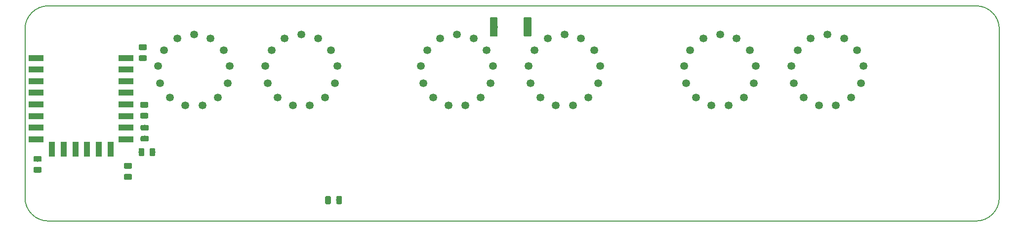
<source format=gbr>
%TF.GenerationSoftware,KiCad,Pcbnew,(5.0.1)-4*%
%TF.CreationDate,2019-04-12T07:50:59+02:00*%
%TF.ProjectId,nixie,6E697869652E6B696361645F70636200,rev?*%
%TF.SameCoordinates,Original*%
%TF.FileFunction,Paste,Bot*%
%TF.FilePolarity,Positive*%
%FSLAX46Y46*%
G04 Gerber Fmt 4.6, Leading zero omitted, Abs format (unit mm)*
G04 Created by KiCad (PCBNEW (5.0.1)-4) date 12/04/2019 7:50:59*
%MOMM*%
%LPD*%
G01*
G04 APERTURE LIST*
%ADD10C,0.200000*%
%ADD11R,2.500000X1.100000*%
%ADD12R,1.100000X2.500000*%
%ADD13C,1.346200*%
%ADD14C,0.100000*%
%ADD15C,0.975000*%
%ADD16C,1.350000*%
G04 APERTURE END LIST*
D10*
X71251000Y-120249000D02*
G75*
G02X67251000Y-116249000I0J4000000D01*
G01*
X71251000Y-120249000D02*
X230251000Y-120249000D01*
X234251000Y-87249000D02*
X234251000Y-116249000D01*
X67251000Y-87249000D02*
G75*
G02X71251000Y-83249000I4000000J0D01*
G01*
X234251000Y-116249000D02*
G75*
G02X230251000Y-120249000I-4000000J0D01*
G01*
X67251000Y-87249000D02*
X67251000Y-116249000D01*
X71251000Y-83249000D02*
X230251000Y-83249000D01*
X230251000Y-83249000D02*
G75*
G02X234251000Y-87249000I0J-4000000D01*
G01*
D11*
X84583500Y-92202000D03*
X84583500Y-94202000D03*
X84583500Y-96202000D03*
X84583500Y-98202000D03*
X84583500Y-100202000D03*
X84583500Y-102202000D03*
X84583500Y-104202000D03*
X84583500Y-106202000D03*
X69183500Y-106202000D03*
X69183500Y-104202000D03*
X69183500Y-102202000D03*
X69183500Y-100202000D03*
X69183500Y-98202000D03*
X69183500Y-96202000D03*
X69183500Y-94202000D03*
X69183500Y-92202000D03*
D12*
X81893500Y-107902000D03*
X79893500Y-107902000D03*
X77893500Y-107902000D03*
X75893500Y-107902000D03*
X73893500Y-107902000D03*
X71893500Y-107902000D03*
D13*
X101295200Y-90845640D03*
X91109800Y-90845640D03*
X90058240Y-93616780D03*
X90416380Y-96555560D03*
X92097860Y-98993960D03*
X94721680Y-100370640D03*
X97683320Y-100370640D03*
X100307140Y-98993960D03*
X101988620Y-96555560D03*
X102346760Y-93616780D03*
X96202500Y-88173560D03*
X99077780Y-88882220D03*
X93327220Y-88882220D03*
X119710200Y-90845640D03*
X109524800Y-90845640D03*
X108473240Y-93616780D03*
X108831380Y-96555560D03*
X110512860Y-98993960D03*
X113136680Y-100370640D03*
X116098320Y-100370640D03*
X118722140Y-98993960D03*
X120403620Y-96555560D03*
X120761760Y-93616780D03*
X114617500Y-88173560D03*
X117492780Y-88882220D03*
X111742220Y-88882220D03*
X146380200Y-90845640D03*
X136194800Y-90845640D03*
X135143240Y-93616780D03*
X135501380Y-96555560D03*
X137182860Y-98993960D03*
X139806680Y-100370640D03*
X142768320Y-100370640D03*
X145392140Y-98993960D03*
X147073620Y-96555560D03*
X147431760Y-93616780D03*
X141287500Y-88173560D03*
X144162780Y-88882220D03*
X138412220Y-88882220D03*
X164795200Y-90845640D03*
X154609800Y-90845640D03*
X153558240Y-93616780D03*
X153916380Y-96555560D03*
X155597860Y-98993960D03*
X158221680Y-100370640D03*
X161183320Y-100370640D03*
X163807140Y-98993960D03*
X165488620Y-96555560D03*
X165846760Y-93616780D03*
X159702500Y-88173560D03*
X162577780Y-88882220D03*
X156827220Y-88882220D03*
X191465200Y-90845640D03*
X181279800Y-90845640D03*
X180228240Y-93616780D03*
X180586380Y-96555560D03*
X182267860Y-98993960D03*
X184891680Y-100370640D03*
X187853320Y-100370640D03*
X190477140Y-98993960D03*
X192158620Y-96555560D03*
X192516760Y-93616780D03*
X186372500Y-88173560D03*
X189247780Y-88882220D03*
X183497220Y-88882220D03*
X209880200Y-90845640D03*
X199694800Y-90845640D03*
X198643240Y-93616780D03*
X199001380Y-96555560D03*
X200682860Y-98993960D03*
X203306680Y-100370640D03*
X206268320Y-100370640D03*
X208892140Y-98993960D03*
X210573620Y-96555560D03*
X210931760Y-93616780D03*
X204787500Y-88173560D03*
X207662780Y-88882220D03*
X201912220Y-88882220D03*
D14*
G36*
X87483142Y-107695674D02*
X87506803Y-107699184D01*
X87530007Y-107704996D01*
X87552529Y-107713054D01*
X87574153Y-107723282D01*
X87594670Y-107735579D01*
X87613883Y-107749829D01*
X87631607Y-107765893D01*
X87647671Y-107783617D01*
X87661921Y-107802830D01*
X87674218Y-107823347D01*
X87684446Y-107844971D01*
X87692504Y-107867493D01*
X87698316Y-107890697D01*
X87701826Y-107914358D01*
X87703000Y-107938250D01*
X87703000Y-108850750D01*
X87701826Y-108874642D01*
X87698316Y-108898303D01*
X87692504Y-108921507D01*
X87684446Y-108944029D01*
X87674218Y-108965653D01*
X87661921Y-108986170D01*
X87647671Y-109005383D01*
X87631607Y-109023107D01*
X87613883Y-109039171D01*
X87594670Y-109053421D01*
X87574153Y-109065718D01*
X87552529Y-109075946D01*
X87530007Y-109084004D01*
X87506803Y-109089816D01*
X87483142Y-109093326D01*
X87459250Y-109094500D01*
X86971750Y-109094500D01*
X86947858Y-109093326D01*
X86924197Y-109089816D01*
X86900993Y-109084004D01*
X86878471Y-109075946D01*
X86856847Y-109065718D01*
X86836330Y-109053421D01*
X86817117Y-109039171D01*
X86799393Y-109023107D01*
X86783329Y-109005383D01*
X86769079Y-108986170D01*
X86756782Y-108965653D01*
X86746554Y-108944029D01*
X86738496Y-108921507D01*
X86732684Y-108898303D01*
X86729174Y-108874642D01*
X86728000Y-108850750D01*
X86728000Y-107938250D01*
X86729174Y-107914358D01*
X86732684Y-107890697D01*
X86738496Y-107867493D01*
X86746554Y-107844971D01*
X86756782Y-107823347D01*
X86769079Y-107802830D01*
X86783329Y-107783617D01*
X86799393Y-107765893D01*
X86817117Y-107749829D01*
X86836330Y-107735579D01*
X86856847Y-107723282D01*
X86878471Y-107713054D01*
X86900993Y-107704996D01*
X86924197Y-107699184D01*
X86947858Y-107695674D01*
X86971750Y-107694500D01*
X87459250Y-107694500D01*
X87483142Y-107695674D01*
X87483142Y-107695674D01*
G37*
D15*
X87215500Y-108394500D03*
D14*
G36*
X89358142Y-107695674D02*
X89381803Y-107699184D01*
X89405007Y-107704996D01*
X89427529Y-107713054D01*
X89449153Y-107723282D01*
X89469670Y-107735579D01*
X89488883Y-107749829D01*
X89506607Y-107765893D01*
X89522671Y-107783617D01*
X89536921Y-107802830D01*
X89549218Y-107823347D01*
X89559446Y-107844971D01*
X89567504Y-107867493D01*
X89573316Y-107890697D01*
X89576826Y-107914358D01*
X89578000Y-107938250D01*
X89578000Y-108850750D01*
X89576826Y-108874642D01*
X89573316Y-108898303D01*
X89567504Y-108921507D01*
X89559446Y-108944029D01*
X89549218Y-108965653D01*
X89536921Y-108986170D01*
X89522671Y-109005383D01*
X89506607Y-109023107D01*
X89488883Y-109039171D01*
X89469670Y-109053421D01*
X89449153Y-109065718D01*
X89427529Y-109075946D01*
X89405007Y-109084004D01*
X89381803Y-109089816D01*
X89358142Y-109093326D01*
X89334250Y-109094500D01*
X88846750Y-109094500D01*
X88822858Y-109093326D01*
X88799197Y-109089816D01*
X88775993Y-109084004D01*
X88753471Y-109075946D01*
X88731847Y-109065718D01*
X88711330Y-109053421D01*
X88692117Y-109039171D01*
X88674393Y-109023107D01*
X88658329Y-109005383D01*
X88644079Y-108986170D01*
X88631782Y-108965653D01*
X88621554Y-108944029D01*
X88613496Y-108921507D01*
X88607684Y-108898303D01*
X88604174Y-108874642D01*
X88603000Y-108850750D01*
X88603000Y-107938250D01*
X88604174Y-107914358D01*
X88607684Y-107890697D01*
X88613496Y-107867493D01*
X88621554Y-107844971D01*
X88631782Y-107823347D01*
X88644079Y-107802830D01*
X88658329Y-107783617D01*
X88674393Y-107765893D01*
X88692117Y-107749829D01*
X88711330Y-107735579D01*
X88731847Y-107723282D01*
X88753471Y-107713054D01*
X88775993Y-107704996D01*
X88799197Y-107699184D01*
X88822858Y-107695674D01*
X88846750Y-107694500D01*
X89334250Y-107694500D01*
X89358142Y-107695674D01*
X89358142Y-107695674D01*
G37*
D15*
X89090500Y-108394500D03*
D14*
G36*
X85379642Y-110287674D02*
X85403303Y-110291184D01*
X85426507Y-110296996D01*
X85449029Y-110305054D01*
X85470653Y-110315282D01*
X85491170Y-110327579D01*
X85510383Y-110341829D01*
X85528107Y-110357893D01*
X85544171Y-110375617D01*
X85558421Y-110394830D01*
X85570718Y-110415347D01*
X85580946Y-110436971D01*
X85589004Y-110459493D01*
X85594816Y-110482697D01*
X85598326Y-110506358D01*
X85599500Y-110530250D01*
X85599500Y-111017750D01*
X85598326Y-111041642D01*
X85594816Y-111065303D01*
X85589004Y-111088507D01*
X85580946Y-111111029D01*
X85570718Y-111132653D01*
X85558421Y-111153170D01*
X85544171Y-111172383D01*
X85528107Y-111190107D01*
X85510383Y-111206171D01*
X85491170Y-111220421D01*
X85470653Y-111232718D01*
X85449029Y-111242946D01*
X85426507Y-111251004D01*
X85403303Y-111256816D01*
X85379642Y-111260326D01*
X85355750Y-111261500D01*
X84443250Y-111261500D01*
X84419358Y-111260326D01*
X84395697Y-111256816D01*
X84372493Y-111251004D01*
X84349971Y-111242946D01*
X84328347Y-111232718D01*
X84307830Y-111220421D01*
X84288617Y-111206171D01*
X84270893Y-111190107D01*
X84254829Y-111172383D01*
X84240579Y-111153170D01*
X84228282Y-111132653D01*
X84218054Y-111111029D01*
X84209996Y-111088507D01*
X84204184Y-111065303D01*
X84200674Y-111041642D01*
X84199500Y-111017750D01*
X84199500Y-110530250D01*
X84200674Y-110506358D01*
X84204184Y-110482697D01*
X84209996Y-110459493D01*
X84218054Y-110436971D01*
X84228282Y-110415347D01*
X84240579Y-110394830D01*
X84254829Y-110375617D01*
X84270893Y-110357893D01*
X84288617Y-110341829D01*
X84307830Y-110327579D01*
X84328347Y-110315282D01*
X84349971Y-110305054D01*
X84372493Y-110296996D01*
X84395697Y-110291184D01*
X84419358Y-110287674D01*
X84443250Y-110286500D01*
X85355750Y-110286500D01*
X85379642Y-110287674D01*
X85379642Y-110287674D01*
G37*
D15*
X84899500Y-110774000D03*
D14*
G36*
X85379642Y-112162674D02*
X85403303Y-112166184D01*
X85426507Y-112171996D01*
X85449029Y-112180054D01*
X85470653Y-112190282D01*
X85491170Y-112202579D01*
X85510383Y-112216829D01*
X85528107Y-112232893D01*
X85544171Y-112250617D01*
X85558421Y-112269830D01*
X85570718Y-112290347D01*
X85580946Y-112311971D01*
X85589004Y-112334493D01*
X85594816Y-112357697D01*
X85598326Y-112381358D01*
X85599500Y-112405250D01*
X85599500Y-112892750D01*
X85598326Y-112916642D01*
X85594816Y-112940303D01*
X85589004Y-112963507D01*
X85580946Y-112986029D01*
X85570718Y-113007653D01*
X85558421Y-113028170D01*
X85544171Y-113047383D01*
X85528107Y-113065107D01*
X85510383Y-113081171D01*
X85491170Y-113095421D01*
X85470653Y-113107718D01*
X85449029Y-113117946D01*
X85426507Y-113126004D01*
X85403303Y-113131816D01*
X85379642Y-113135326D01*
X85355750Y-113136500D01*
X84443250Y-113136500D01*
X84419358Y-113135326D01*
X84395697Y-113131816D01*
X84372493Y-113126004D01*
X84349971Y-113117946D01*
X84328347Y-113107718D01*
X84307830Y-113095421D01*
X84288617Y-113081171D01*
X84270893Y-113065107D01*
X84254829Y-113047383D01*
X84240579Y-113028170D01*
X84228282Y-113007653D01*
X84218054Y-112986029D01*
X84209996Y-112963507D01*
X84204184Y-112940303D01*
X84200674Y-112916642D01*
X84199500Y-112892750D01*
X84199500Y-112405250D01*
X84200674Y-112381358D01*
X84204184Y-112357697D01*
X84209996Y-112334493D01*
X84218054Y-112311971D01*
X84228282Y-112290347D01*
X84240579Y-112269830D01*
X84254829Y-112250617D01*
X84270893Y-112232893D01*
X84288617Y-112216829D01*
X84307830Y-112202579D01*
X84328347Y-112190282D01*
X84349971Y-112180054D01*
X84372493Y-112171996D01*
X84395697Y-112166184D01*
X84419358Y-112162674D01*
X84443250Y-112161500D01*
X85355750Y-112161500D01*
X85379642Y-112162674D01*
X85379642Y-112162674D01*
G37*
D15*
X84899500Y-112649000D03*
D14*
G36*
X87919642Y-91749174D02*
X87943303Y-91752684D01*
X87966507Y-91758496D01*
X87989029Y-91766554D01*
X88010653Y-91776782D01*
X88031170Y-91789079D01*
X88050383Y-91803329D01*
X88068107Y-91819393D01*
X88084171Y-91837117D01*
X88098421Y-91856330D01*
X88110718Y-91876847D01*
X88120946Y-91898471D01*
X88129004Y-91920993D01*
X88134816Y-91944197D01*
X88138326Y-91967858D01*
X88139500Y-91991750D01*
X88139500Y-92479250D01*
X88138326Y-92503142D01*
X88134816Y-92526803D01*
X88129004Y-92550007D01*
X88120946Y-92572529D01*
X88110718Y-92594153D01*
X88098421Y-92614670D01*
X88084171Y-92633883D01*
X88068107Y-92651607D01*
X88050383Y-92667671D01*
X88031170Y-92681921D01*
X88010653Y-92694218D01*
X87989029Y-92704446D01*
X87966507Y-92712504D01*
X87943303Y-92718316D01*
X87919642Y-92721826D01*
X87895750Y-92723000D01*
X86983250Y-92723000D01*
X86959358Y-92721826D01*
X86935697Y-92718316D01*
X86912493Y-92712504D01*
X86889971Y-92704446D01*
X86868347Y-92694218D01*
X86847830Y-92681921D01*
X86828617Y-92667671D01*
X86810893Y-92651607D01*
X86794829Y-92633883D01*
X86780579Y-92614670D01*
X86768282Y-92594153D01*
X86758054Y-92572529D01*
X86749996Y-92550007D01*
X86744184Y-92526803D01*
X86740674Y-92503142D01*
X86739500Y-92479250D01*
X86739500Y-91991750D01*
X86740674Y-91967858D01*
X86744184Y-91944197D01*
X86749996Y-91920993D01*
X86758054Y-91898471D01*
X86768282Y-91876847D01*
X86780579Y-91856330D01*
X86794829Y-91837117D01*
X86810893Y-91819393D01*
X86828617Y-91803329D01*
X86847830Y-91789079D01*
X86868347Y-91776782D01*
X86889971Y-91766554D01*
X86912493Y-91758496D01*
X86935697Y-91752684D01*
X86959358Y-91749174D01*
X86983250Y-91748000D01*
X87895750Y-91748000D01*
X87919642Y-91749174D01*
X87919642Y-91749174D01*
G37*
D15*
X87439500Y-92235500D03*
D14*
G36*
X87919642Y-89874174D02*
X87943303Y-89877684D01*
X87966507Y-89883496D01*
X87989029Y-89891554D01*
X88010653Y-89901782D01*
X88031170Y-89914079D01*
X88050383Y-89928329D01*
X88068107Y-89944393D01*
X88084171Y-89962117D01*
X88098421Y-89981330D01*
X88110718Y-90001847D01*
X88120946Y-90023471D01*
X88129004Y-90045993D01*
X88134816Y-90069197D01*
X88138326Y-90092858D01*
X88139500Y-90116750D01*
X88139500Y-90604250D01*
X88138326Y-90628142D01*
X88134816Y-90651803D01*
X88129004Y-90675007D01*
X88120946Y-90697529D01*
X88110718Y-90719153D01*
X88098421Y-90739670D01*
X88084171Y-90758883D01*
X88068107Y-90776607D01*
X88050383Y-90792671D01*
X88031170Y-90806921D01*
X88010653Y-90819218D01*
X87989029Y-90829446D01*
X87966507Y-90837504D01*
X87943303Y-90843316D01*
X87919642Y-90846826D01*
X87895750Y-90848000D01*
X86983250Y-90848000D01*
X86959358Y-90846826D01*
X86935697Y-90843316D01*
X86912493Y-90837504D01*
X86889971Y-90829446D01*
X86868347Y-90819218D01*
X86847830Y-90806921D01*
X86828617Y-90792671D01*
X86810893Y-90776607D01*
X86794829Y-90758883D01*
X86780579Y-90739670D01*
X86768282Y-90719153D01*
X86758054Y-90697529D01*
X86749996Y-90675007D01*
X86744184Y-90651803D01*
X86740674Y-90628142D01*
X86739500Y-90604250D01*
X86739500Y-90116750D01*
X86740674Y-90092858D01*
X86744184Y-90069197D01*
X86749996Y-90045993D01*
X86758054Y-90023471D01*
X86768282Y-90001847D01*
X86780579Y-89981330D01*
X86794829Y-89962117D01*
X86810893Y-89944393D01*
X86828617Y-89928329D01*
X86847830Y-89914079D01*
X86868347Y-89901782D01*
X86889971Y-89891554D01*
X86912493Y-89883496D01*
X86935697Y-89877684D01*
X86959358Y-89874174D01*
X86983250Y-89873000D01*
X87895750Y-89873000D01*
X87919642Y-89874174D01*
X87919642Y-89874174D01*
G37*
D15*
X87439500Y-90360500D03*
D14*
G36*
X153844505Y-85194204D02*
X153868773Y-85197804D01*
X153892572Y-85203765D01*
X153915671Y-85212030D01*
X153937850Y-85222520D01*
X153958893Y-85235132D01*
X153978599Y-85249747D01*
X153996777Y-85266223D01*
X154013253Y-85284401D01*
X154027868Y-85304107D01*
X154040480Y-85325150D01*
X154050970Y-85347329D01*
X154059235Y-85370428D01*
X154065196Y-85394227D01*
X154068796Y-85418495D01*
X154070000Y-85442999D01*
X154070000Y-88293001D01*
X154068796Y-88317505D01*
X154065196Y-88341773D01*
X154059235Y-88365572D01*
X154050970Y-88388671D01*
X154040480Y-88410850D01*
X154027868Y-88431893D01*
X154013253Y-88451599D01*
X153996777Y-88469777D01*
X153978599Y-88486253D01*
X153958893Y-88500868D01*
X153937850Y-88513480D01*
X153915671Y-88523970D01*
X153892572Y-88532235D01*
X153868773Y-88538196D01*
X153844505Y-88541796D01*
X153820001Y-88543000D01*
X152969999Y-88543000D01*
X152945495Y-88541796D01*
X152921227Y-88538196D01*
X152897428Y-88532235D01*
X152874329Y-88523970D01*
X152852150Y-88513480D01*
X152831107Y-88500868D01*
X152811401Y-88486253D01*
X152793223Y-88469777D01*
X152776747Y-88451599D01*
X152762132Y-88431893D01*
X152749520Y-88410850D01*
X152739030Y-88388671D01*
X152730765Y-88365572D01*
X152724804Y-88341773D01*
X152721204Y-88317505D01*
X152720000Y-88293001D01*
X152720000Y-85442999D01*
X152721204Y-85418495D01*
X152724804Y-85394227D01*
X152730765Y-85370428D01*
X152739030Y-85347329D01*
X152749520Y-85325150D01*
X152762132Y-85304107D01*
X152776747Y-85284401D01*
X152793223Y-85266223D01*
X152811401Y-85249747D01*
X152831107Y-85235132D01*
X152852150Y-85222520D01*
X152874329Y-85212030D01*
X152897428Y-85203765D01*
X152921227Y-85197804D01*
X152945495Y-85194204D01*
X152969999Y-85193000D01*
X153820001Y-85193000D01*
X153844505Y-85194204D01*
X153844505Y-85194204D01*
G37*
D16*
X153395000Y-86868000D03*
D14*
G36*
X148044505Y-85194204D02*
X148068773Y-85197804D01*
X148092572Y-85203765D01*
X148115671Y-85212030D01*
X148137850Y-85222520D01*
X148158893Y-85235132D01*
X148178599Y-85249747D01*
X148196777Y-85266223D01*
X148213253Y-85284401D01*
X148227868Y-85304107D01*
X148240480Y-85325150D01*
X148250970Y-85347329D01*
X148259235Y-85370428D01*
X148265196Y-85394227D01*
X148268796Y-85418495D01*
X148270000Y-85442999D01*
X148270000Y-88293001D01*
X148268796Y-88317505D01*
X148265196Y-88341773D01*
X148259235Y-88365572D01*
X148250970Y-88388671D01*
X148240480Y-88410850D01*
X148227868Y-88431893D01*
X148213253Y-88451599D01*
X148196777Y-88469777D01*
X148178599Y-88486253D01*
X148158893Y-88500868D01*
X148137850Y-88513480D01*
X148115671Y-88523970D01*
X148092572Y-88532235D01*
X148068773Y-88538196D01*
X148044505Y-88541796D01*
X148020001Y-88543000D01*
X147169999Y-88543000D01*
X147145495Y-88541796D01*
X147121227Y-88538196D01*
X147097428Y-88532235D01*
X147074329Y-88523970D01*
X147052150Y-88513480D01*
X147031107Y-88500868D01*
X147011401Y-88486253D01*
X146993223Y-88469777D01*
X146976747Y-88451599D01*
X146962132Y-88431893D01*
X146949520Y-88410850D01*
X146939030Y-88388671D01*
X146930765Y-88365572D01*
X146924804Y-88341773D01*
X146921204Y-88317505D01*
X146920000Y-88293001D01*
X146920000Y-85442999D01*
X146921204Y-85418495D01*
X146924804Y-85394227D01*
X146930765Y-85370428D01*
X146939030Y-85347329D01*
X146949520Y-85325150D01*
X146962132Y-85304107D01*
X146976747Y-85284401D01*
X146993223Y-85266223D01*
X147011401Y-85249747D01*
X147031107Y-85235132D01*
X147052150Y-85222520D01*
X147074329Y-85212030D01*
X147097428Y-85203765D01*
X147121227Y-85197804D01*
X147145495Y-85194204D01*
X147169999Y-85193000D01*
X148020001Y-85193000D01*
X148044505Y-85194204D01*
X148044505Y-85194204D01*
G37*
D16*
X147595000Y-86868000D03*
D14*
G36*
X88173642Y-99780174D02*
X88197303Y-99783684D01*
X88220507Y-99789496D01*
X88243029Y-99797554D01*
X88264653Y-99807782D01*
X88285170Y-99820079D01*
X88304383Y-99834329D01*
X88322107Y-99850393D01*
X88338171Y-99868117D01*
X88352421Y-99887330D01*
X88364718Y-99907847D01*
X88374946Y-99929471D01*
X88383004Y-99951993D01*
X88388816Y-99975197D01*
X88392326Y-99998858D01*
X88393500Y-100022750D01*
X88393500Y-100510250D01*
X88392326Y-100534142D01*
X88388816Y-100557803D01*
X88383004Y-100581007D01*
X88374946Y-100603529D01*
X88364718Y-100625153D01*
X88352421Y-100645670D01*
X88338171Y-100664883D01*
X88322107Y-100682607D01*
X88304383Y-100698671D01*
X88285170Y-100712921D01*
X88264653Y-100725218D01*
X88243029Y-100735446D01*
X88220507Y-100743504D01*
X88197303Y-100749316D01*
X88173642Y-100752826D01*
X88149750Y-100754000D01*
X87237250Y-100754000D01*
X87213358Y-100752826D01*
X87189697Y-100749316D01*
X87166493Y-100743504D01*
X87143971Y-100735446D01*
X87122347Y-100725218D01*
X87101830Y-100712921D01*
X87082617Y-100698671D01*
X87064893Y-100682607D01*
X87048829Y-100664883D01*
X87034579Y-100645670D01*
X87022282Y-100625153D01*
X87012054Y-100603529D01*
X87003996Y-100581007D01*
X86998184Y-100557803D01*
X86994674Y-100534142D01*
X86993500Y-100510250D01*
X86993500Y-100022750D01*
X86994674Y-99998858D01*
X86998184Y-99975197D01*
X87003996Y-99951993D01*
X87012054Y-99929471D01*
X87022282Y-99907847D01*
X87034579Y-99887330D01*
X87048829Y-99868117D01*
X87064893Y-99850393D01*
X87082617Y-99834329D01*
X87101830Y-99820079D01*
X87122347Y-99807782D01*
X87143971Y-99797554D01*
X87166493Y-99789496D01*
X87189697Y-99783684D01*
X87213358Y-99780174D01*
X87237250Y-99779000D01*
X88149750Y-99779000D01*
X88173642Y-99780174D01*
X88173642Y-99780174D01*
G37*
D15*
X87693500Y-100266500D03*
D14*
G36*
X88173642Y-101655174D02*
X88197303Y-101658684D01*
X88220507Y-101664496D01*
X88243029Y-101672554D01*
X88264653Y-101682782D01*
X88285170Y-101695079D01*
X88304383Y-101709329D01*
X88322107Y-101725393D01*
X88338171Y-101743117D01*
X88352421Y-101762330D01*
X88364718Y-101782847D01*
X88374946Y-101804471D01*
X88383004Y-101826993D01*
X88388816Y-101850197D01*
X88392326Y-101873858D01*
X88393500Y-101897750D01*
X88393500Y-102385250D01*
X88392326Y-102409142D01*
X88388816Y-102432803D01*
X88383004Y-102456007D01*
X88374946Y-102478529D01*
X88364718Y-102500153D01*
X88352421Y-102520670D01*
X88338171Y-102539883D01*
X88322107Y-102557607D01*
X88304383Y-102573671D01*
X88285170Y-102587921D01*
X88264653Y-102600218D01*
X88243029Y-102610446D01*
X88220507Y-102618504D01*
X88197303Y-102624316D01*
X88173642Y-102627826D01*
X88149750Y-102629000D01*
X87237250Y-102629000D01*
X87213358Y-102627826D01*
X87189697Y-102624316D01*
X87166493Y-102618504D01*
X87143971Y-102610446D01*
X87122347Y-102600218D01*
X87101830Y-102587921D01*
X87082617Y-102573671D01*
X87064893Y-102557607D01*
X87048829Y-102539883D01*
X87034579Y-102520670D01*
X87022282Y-102500153D01*
X87012054Y-102478529D01*
X87003996Y-102456007D01*
X86998184Y-102432803D01*
X86994674Y-102409142D01*
X86993500Y-102385250D01*
X86993500Y-101897750D01*
X86994674Y-101873858D01*
X86998184Y-101850197D01*
X87003996Y-101826993D01*
X87012054Y-101804471D01*
X87022282Y-101782847D01*
X87034579Y-101762330D01*
X87048829Y-101743117D01*
X87064893Y-101725393D01*
X87082617Y-101709329D01*
X87101830Y-101695079D01*
X87122347Y-101682782D01*
X87143971Y-101672554D01*
X87166493Y-101664496D01*
X87189697Y-101658684D01*
X87213358Y-101655174D01*
X87237250Y-101654000D01*
X88149750Y-101654000D01*
X88173642Y-101655174D01*
X88173642Y-101655174D01*
G37*
D15*
X87693500Y-102141500D03*
D14*
G36*
X88237142Y-105592174D02*
X88260803Y-105595684D01*
X88284007Y-105601496D01*
X88306529Y-105609554D01*
X88328153Y-105619782D01*
X88348670Y-105632079D01*
X88367883Y-105646329D01*
X88385607Y-105662393D01*
X88401671Y-105680117D01*
X88415921Y-105699330D01*
X88428218Y-105719847D01*
X88438446Y-105741471D01*
X88446504Y-105763993D01*
X88452316Y-105787197D01*
X88455826Y-105810858D01*
X88457000Y-105834750D01*
X88457000Y-106322250D01*
X88455826Y-106346142D01*
X88452316Y-106369803D01*
X88446504Y-106393007D01*
X88438446Y-106415529D01*
X88428218Y-106437153D01*
X88415921Y-106457670D01*
X88401671Y-106476883D01*
X88385607Y-106494607D01*
X88367883Y-106510671D01*
X88348670Y-106524921D01*
X88328153Y-106537218D01*
X88306529Y-106547446D01*
X88284007Y-106555504D01*
X88260803Y-106561316D01*
X88237142Y-106564826D01*
X88213250Y-106566000D01*
X87300750Y-106566000D01*
X87276858Y-106564826D01*
X87253197Y-106561316D01*
X87229993Y-106555504D01*
X87207471Y-106547446D01*
X87185847Y-106537218D01*
X87165330Y-106524921D01*
X87146117Y-106510671D01*
X87128393Y-106494607D01*
X87112329Y-106476883D01*
X87098079Y-106457670D01*
X87085782Y-106437153D01*
X87075554Y-106415529D01*
X87067496Y-106393007D01*
X87061684Y-106369803D01*
X87058174Y-106346142D01*
X87057000Y-106322250D01*
X87057000Y-105834750D01*
X87058174Y-105810858D01*
X87061684Y-105787197D01*
X87067496Y-105763993D01*
X87075554Y-105741471D01*
X87085782Y-105719847D01*
X87098079Y-105699330D01*
X87112329Y-105680117D01*
X87128393Y-105662393D01*
X87146117Y-105646329D01*
X87165330Y-105632079D01*
X87185847Y-105619782D01*
X87207471Y-105609554D01*
X87229993Y-105601496D01*
X87253197Y-105595684D01*
X87276858Y-105592174D01*
X87300750Y-105591000D01*
X88213250Y-105591000D01*
X88237142Y-105592174D01*
X88237142Y-105592174D01*
G37*
D15*
X87757000Y-106078500D03*
D14*
G36*
X88237142Y-103717174D02*
X88260803Y-103720684D01*
X88284007Y-103726496D01*
X88306529Y-103734554D01*
X88328153Y-103744782D01*
X88348670Y-103757079D01*
X88367883Y-103771329D01*
X88385607Y-103787393D01*
X88401671Y-103805117D01*
X88415921Y-103824330D01*
X88428218Y-103844847D01*
X88438446Y-103866471D01*
X88446504Y-103888993D01*
X88452316Y-103912197D01*
X88455826Y-103935858D01*
X88457000Y-103959750D01*
X88457000Y-104447250D01*
X88455826Y-104471142D01*
X88452316Y-104494803D01*
X88446504Y-104518007D01*
X88438446Y-104540529D01*
X88428218Y-104562153D01*
X88415921Y-104582670D01*
X88401671Y-104601883D01*
X88385607Y-104619607D01*
X88367883Y-104635671D01*
X88348670Y-104649921D01*
X88328153Y-104662218D01*
X88306529Y-104672446D01*
X88284007Y-104680504D01*
X88260803Y-104686316D01*
X88237142Y-104689826D01*
X88213250Y-104691000D01*
X87300750Y-104691000D01*
X87276858Y-104689826D01*
X87253197Y-104686316D01*
X87229993Y-104680504D01*
X87207471Y-104672446D01*
X87185847Y-104662218D01*
X87165330Y-104649921D01*
X87146117Y-104635671D01*
X87128393Y-104619607D01*
X87112329Y-104601883D01*
X87098079Y-104582670D01*
X87085782Y-104562153D01*
X87075554Y-104540529D01*
X87067496Y-104518007D01*
X87061684Y-104494803D01*
X87058174Y-104471142D01*
X87057000Y-104447250D01*
X87057000Y-103959750D01*
X87058174Y-103935858D01*
X87061684Y-103912197D01*
X87067496Y-103888993D01*
X87075554Y-103866471D01*
X87085782Y-103844847D01*
X87098079Y-103824330D01*
X87112329Y-103805117D01*
X87128393Y-103787393D01*
X87146117Y-103771329D01*
X87165330Y-103757079D01*
X87185847Y-103744782D01*
X87207471Y-103734554D01*
X87229993Y-103726496D01*
X87253197Y-103720684D01*
X87276858Y-103717174D01*
X87300750Y-103716000D01*
X88213250Y-103716000D01*
X88237142Y-103717174D01*
X88237142Y-103717174D01*
G37*
D15*
X87757000Y-104203500D03*
D14*
G36*
X69885642Y-109081174D02*
X69909303Y-109084684D01*
X69932507Y-109090496D01*
X69955029Y-109098554D01*
X69976653Y-109108782D01*
X69997170Y-109121079D01*
X70016383Y-109135329D01*
X70034107Y-109151393D01*
X70050171Y-109169117D01*
X70064421Y-109188330D01*
X70076718Y-109208847D01*
X70086946Y-109230471D01*
X70095004Y-109252993D01*
X70100816Y-109276197D01*
X70104326Y-109299858D01*
X70105500Y-109323750D01*
X70105500Y-109811250D01*
X70104326Y-109835142D01*
X70100816Y-109858803D01*
X70095004Y-109882007D01*
X70086946Y-109904529D01*
X70076718Y-109926153D01*
X70064421Y-109946670D01*
X70050171Y-109965883D01*
X70034107Y-109983607D01*
X70016383Y-109999671D01*
X69997170Y-110013921D01*
X69976653Y-110026218D01*
X69955029Y-110036446D01*
X69932507Y-110044504D01*
X69909303Y-110050316D01*
X69885642Y-110053826D01*
X69861750Y-110055000D01*
X68949250Y-110055000D01*
X68925358Y-110053826D01*
X68901697Y-110050316D01*
X68878493Y-110044504D01*
X68855971Y-110036446D01*
X68834347Y-110026218D01*
X68813830Y-110013921D01*
X68794617Y-109999671D01*
X68776893Y-109983607D01*
X68760829Y-109965883D01*
X68746579Y-109946670D01*
X68734282Y-109926153D01*
X68724054Y-109904529D01*
X68715996Y-109882007D01*
X68710184Y-109858803D01*
X68706674Y-109835142D01*
X68705500Y-109811250D01*
X68705500Y-109323750D01*
X68706674Y-109299858D01*
X68710184Y-109276197D01*
X68715996Y-109252993D01*
X68724054Y-109230471D01*
X68734282Y-109208847D01*
X68746579Y-109188330D01*
X68760829Y-109169117D01*
X68776893Y-109151393D01*
X68794617Y-109135329D01*
X68813830Y-109121079D01*
X68834347Y-109108782D01*
X68855971Y-109098554D01*
X68878493Y-109090496D01*
X68901697Y-109084684D01*
X68925358Y-109081174D01*
X68949250Y-109080000D01*
X69861750Y-109080000D01*
X69885642Y-109081174D01*
X69885642Y-109081174D01*
G37*
D15*
X69405500Y-109567500D03*
D14*
G36*
X69885642Y-110956174D02*
X69909303Y-110959684D01*
X69932507Y-110965496D01*
X69955029Y-110973554D01*
X69976653Y-110983782D01*
X69997170Y-110996079D01*
X70016383Y-111010329D01*
X70034107Y-111026393D01*
X70050171Y-111044117D01*
X70064421Y-111063330D01*
X70076718Y-111083847D01*
X70086946Y-111105471D01*
X70095004Y-111127993D01*
X70100816Y-111151197D01*
X70104326Y-111174858D01*
X70105500Y-111198750D01*
X70105500Y-111686250D01*
X70104326Y-111710142D01*
X70100816Y-111733803D01*
X70095004Y-111757007D01*
X70086946Y-111779529D01*
X70076718Y-111801153D01*
X70064421Y-111821670D01*
X70050171Y-111840883D01*
X70034107Y-111858607D01*
X70016383Y-111874671D01*
X69997170Y-111888921D01*
X69976653Y-111901218D01*
X69955029Y-111911446D01*
X69932507Y-111919504D01*
X69909303Y-111925316D01*
X69885642Y-111928826D01*
X69861750Y-111930000D01*
X68949250Y-111930000D01*
X68925358Y-111928826D01*
X68901697Y-111925316D01*
X68878493Y-111919504D01*
X68855971Y-111911446D01*
X68834347Y-111901218D01*
X68813830Y-111888921D01*
X68794617Y-111874671D01*
X68776893Y-111858607D01*
X68760829Y-111840883D01*
X68746579Y-111821670D01*
X68734282Y-111801153D01*
X68724054Y-111779529D01*
X68715996Y-111757007D01*
X68710184Y-111733803D01*
X68706674Y-111710142D01*
X68705500Y-111686250D01*
X68705500Y-111198750D01*
X68706674Y-111174858D01*
X68710184Y-111151197D01*
X68715996Y-111127993D01*
X68724054Y-111105471D01*
X68734282Y-111083847D01*
X68746579Y-111063330D01*
X68760829Y-111044117D01*
X68776893Y-111026393D01*
X68794617Y-111010329D01*
X68813830Y-110996079D01*
X68834347Y-110983782D01*
X68855971Y-110973554D01*
X68878493Y-110965496D01*
X68901697Y-110959684D01*
X68925358Y-110956174D01*
X68949250Y-110955000D01*
X69861750Y-110955000D01*
X69885642Y-110956174D01*
X69885642Y-110956174D01*
G37*
D15*
X69405500Y-111442500D03*
D14*
G36*
X119472142Y-115950674D02*
X119495803Y-115954184D01*
X119519007Y-115959996D01*
X119541529Y-115968054D01*
X119563153Y-115978282D01*
X119583670Y-115990579D01*
X119602883Y-116004829D01*
X119620607Y-116020893D01*
X119636671Y-116038617D01*
X119650921Y-116057830D01*
X119663218Y-116078347D01*
X119673446Y-116099971D01*
X119681504Y-116122493D01*
X119687316Y-116145697D01*
X119690826Y-116169358D01*
X119692000Y-116193250D01*
X119692000Y-117105750D01*
X119690826Y-117129642D01*
X119687316Y-117153303D01*
X119681504Y-117176507D01*
X119673446Y-117199029D01*
X119663218Y-117220653D01*
X119650921Y-117241170D01*
X119636671Y-117260383D01*
X119620607Y-117278107D01*
X119602883Y-117294171D01*
X119583670Y-117308421D01*
X119563153Y-117320718D01*
X119541529Y-117330946D01*
X119519007Y-117339004D01*
X119495803Y-117344816D01*
X119472142Y-117348326D01*
X119448250Y-117349500D01*
X118960750Y-117349500D01*
X118936858Y-117348326D01*
X118913197Y-117344816D01*
X118889993Y-117339004D01*
X118867471Y-117330946D01*
X118845847Y-117320718D01*
X118825330Y-117308421D01*
X118806117Y-117294171D01*
X118788393Y-117278107D01*
X118772329Y-117260383D01*
X118758079Y-117241170D01*
X118745782Y-117220653D01*
X118735554Y-117199029D01*
X118727496Y-117176507D01*
X118721684Y-117153303D01*
X118718174Y-117129642D01*
X118717000Y-117105750D01*
X118717000Y-116193250D01*
X118718174Y-116169358D01*
X118721684Y-116145697D01*
X118727496Y-116122493D01*
X118735554Y-116099971D01*
X118745782Y-116078347D01*
X118758079Y-116057830D01*
X118772329Y-116038617D01*
X118788393Y-116020893D01*
X118806117Y-116004829D01*
X118825330Y-115990579D01*
X118845847Y-115978282D01*
X118867471Y-115968054D01*
X118889993Y-115959996D01*
X118913197Y-115954184D01*
X118936858Y-115950674D01*
X118960750Y-115949500D01*
X119448250Y-115949500D01*
X119472142Y-115950674D01*
X119472142Y-115950674D01*
G37*
D15*
X119204500Y-116649500D03*
D14*
G36*
X121347142Y-115950674D02*
X121370803Y-115954184D01*
X121394007Y-115959996D01*
X121416529Y-115968054D01*
X121438153Y-115978282D01*
X121458670Y-115990579D01*
X121477883Y-116004829D01*
X121495607Y-116020893D01*
X121511671Y-116038617D01*
X121525921Y-116057830D01*
X121538218Y-116078347D01*
X121548446Y-116099971D01*
X121556504Y-116122493D01*
X121562316Y-116145697D01*
X121565826Y-116169358D01*
X121567000Y-116193250D01*
X121567000Y-117105750D01*
X121565826Y-117129642D01*
X121562316Y-117153303D01*
X121556504Y-117176507D01*
X121548446Y-117199029D01*
X121538218Y-117220653D01*
X121525921Y-117241170D01*
X121511671Y-117260383D01*
X121495607Y-117278107D01*
X121477883Y-117294171D01*
X121458670Y-117308421D01*
X121438153Y-117320718D01*
X121416529Y-117330946D01*
X121394007Y-117339004D01*
X121370803Y-117344816D01*
X121347142Y-117348326D01*
X121323250Y-117349500D01*
X120835750Y-117349500D01*
X120811858Y-117348326D01*
X120788197Y-117344816D01*
X120764993Y-117339004D01*
X120742471Y-117330946D01*
X120720847Y-117320718D01*
X120700330Y-117308421D01*
X120681117Y-117294171D01*
X120663393Y-117278107D01*
X120647329Y-117260383D01*
X120633079Y-117241170D01*
X120620782Y-117220653D01*
X120610554Y-117199029D01*
X120602496Y-117176507D01*
X120596684Y-117153303D01*
X120593174Y-117129642D01*
X120592000Y-117105750D01*
X120592000Y-116193250D01*
X120593174Y-116169358D01*
X120596684Y-116145697D01*
X120602496Y-116122493D01*
X120610554Y-116099971D01*
X120620782Y-116078347D01*
X120633079Y-116057830D01*
X120647329Y-116038617D01*
X120663393Y-116020893D01*
X120681117Y-116004829D01*
X120700330Y-115990579D01*
X120720847Y-115978282D01*
X120742471Y-115968054D01*
X120764993Y-115959996D01*
X120788197Y-115954184D01*
X120811858Y-115950674D01*
X120835750Y-115949500D01*
X121323250Y-115949500D01*
X121347142Y-115950674D01*
X121347142Y-115950674D01*
G37*
D15*
X121079500Y-116649500D03*
M02*

</source>
